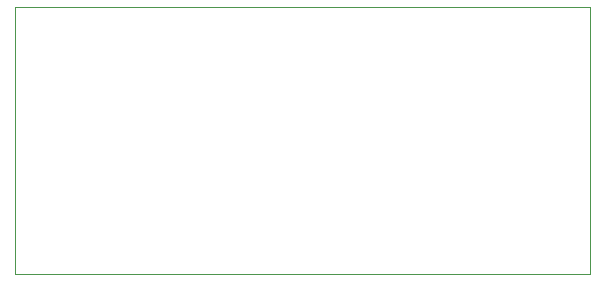
<source format=gbr>
%TF.GenerationSoftware,KiCad,Pcbnew,(6.0.2-0)*%
%TF.CreationDate,2023-10-19T17:34:19-05:00*%
%TF.ProjectId,airsticks_pcb,61697273-7469-4636-9b73-5f7063622e6b,rev?*%
%TF.SameCoordinates,Original*%
%TF.FileFunction,Profile,NP*%
%FSLAX46Y46*%
G04 Gerber Fmt 4.6, Leading zero omitted, Abs format (unit mm)*
G04 Created by KiCad (PCBNEW (6.0.2-0)) date 2023-10-19 17:34:19*
%MOMM*%
%LPD*%
G01*
G04 APERTURE LIST*
%TA.AperFunction,Profile*%
%ADD10C,0.100000*%
%TD*%
G04 APERTURE END LIST*
D10*
X19750000Y-53750000D02*
X68450000Y-53750000D01*
X68450000Y-53750000D02*
X68450000Y-76300000D01*
X68450000Y-76300000D02*
X19750000Y-76300000D01*
X19750000Y-76300000D02*
X19750000Y-53750000D01*
M02*

</source>
